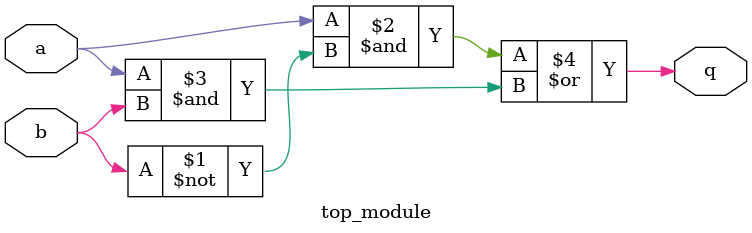
<source format=sv>
module top_module (
    input a,
    input b,
    output q
);
    assign q = (a & ~b) | (a & b);  // Performs AND operation between a and not b, then performs AND operation between a and b, finally performs OR operation between the two results.
endmodule

</source>
